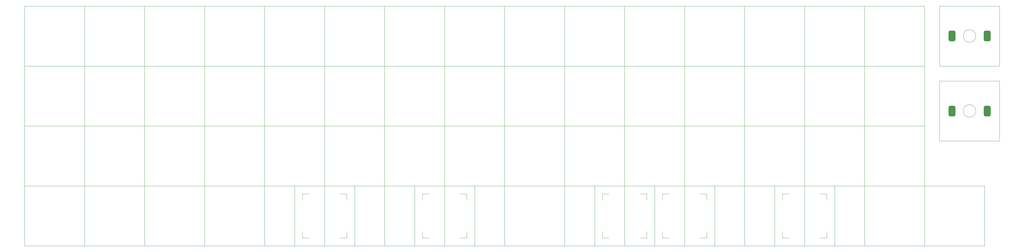
<source format=gbr>
G04 #@! TF.GenerationSoftware,KiCad,Pcbnew,8.0.2-1.fc39*
G04 #@! TF.CreationDate,2024-06-01T14:36:52-04:00*
G04 #@! TF.ProjectId,KeychronQ9OrthoIntegrated,4b657963-6872-46f6-9e51-394f7274686f,rev?*
G04 #@! TF.SameCoordinates,Original*
G04 #@! TF.FileFunction,OtherDrawing,Comment*
%FSLAX46Y46*%
G04 Gerber Fmt 4.6, Leading zero omitted, Abs format (unit mm)*
G04 Created by KiCad (PCBNEW 8.0.2-1.fc39) date 2024-06-01 14:36:52*
%MOMM*%
%LPD*%
G01*
G04 APERTURE LIST*
G04 Aperture macros list*
%AMRoundRect*
0 Rectangle with rounded corners*
0 $1 Rounding radius*
0 $2 $3 $4 $5 $6 $7 $8 $9 X,Y pos of 4 corners*
0 Add a 4 corners polygon primitive as box body*
4,1,4,$2,$3,$4,$5,$6,$7,$8,$9,$2,$3,0*
0 Add four circle primitives for the rounded corners*
1,1,$1+$1,$2,$3*
1,1,$1+$1,$4,$5*
1,1,$1+$1,$6,$7*
1,1,$1+$1,$8,$9*
0 Add four rect primitives between the rounded corners*
20,1,$1+$1,$2,$3,$4,$5,0*
20,1,$1+$1,$4,$5,$6,$7,0*
20,1,$1+$1,$6,$7,$8,$9,0*
20,1,$1+$1,$8,$9,$2,$3,0*%
G04 Aperture macros list end*
%ADD10C,0.120000*%
%ADD11C,0.100000*%
%ADD12RoundRect,0.550000X0.550000X-1.150000X0.550000X1.150000X-0.550000X1.150000X-0.550000X-1.150000X0*%
G04 APERTURE END LIST*
D10*
G04 #@! TO.C,SW2*
X317912500Y-49212500D02*
G75*
G02*
X313912500Y-49212500I-2000000J0D01*
G01*
X313912500Y-49212500D02*
G75*
G02*
X317912500Y-49212500I2000000J0D01*
G01*
G04 #@! TO.C,S3*
X130175000Y-92075000D02*
X130175000Y-73025000D01*
X142225000Y-75550000D02*
X142225000Y-77550000D01*
X142225000Y-89550000D02*
X142225000Y-87550000D01*
X144225000Y-75550000D02*
X142225000Y-75550000D01*
X144225000Y-89550000D02*
X142225000Y-89550000D01*
X154225000Y-75550000D02*
X156225000Y-75550000D01*
X156225000Y-75550000D02*
X156225000Y-77550000D01*
X156225000Y-87550000D02*
X156225000Y-89550000D01*
X156225000Y-89550000D02*
X154225000Y-89550000D01*
X168275000Y-73025000D02*
X130175000Y-73025000D01*
X168275000Y-92075000D02*
X130175000Y-92075000D01*
X168275000Y-92075000D02*
X168275000Y-73025000D01*
G04 #@! TO.C,S4*
X244474792Y-92075000D02*
X244474792Y-73025000D01*
X256524792Y-75550000D02*
X256524792Y-77550000D01*
X256524792Y-89550000D02*
X256524792Y-87550000D01*
X258524792Y-75550000D02*
X256524792Y-75550000D01*
X258524792Y-89550000D02*
X256524792Y-89550000D01*
X268524792Y-75550000D02*
X270524792Y-75550000D01*
X270524792Y-75550000D02*
X270524792Y-77550000D01*
X270524792Y-87550000D02*
X270524792Y-89550000D01*
X270524792Y-89550000D02*
X268524792Y-89550000D01*
X282574792Y-73025000D02*
X244474792Y-73025000D01*
X282574792Y-92075000D02*
X244474792Y-92075000D01*
X282574792Y-92075000D02*
X282574792Y-73025000D01*
G04 #@! TO.C,SW1*
X317912500Y-25400000D02*
G75*
G02*
X313912500Y-25400000I-2000000J0D01*
G01*
X313912500Y-25400000D02*
G75*
G02*
X317912500Y-25400000I2000000J0D01*
G01*
G04 #@! TO.C,MX54*
D11*
X111125000Y-92075000D02*
X130175000Y-92075000D01*
X130175000Y-73025000D01*
X111125000Y-73025000D01*
X111125000Y-92075000D01*
G04 #@! TO.C,MX9*
X168275000Y-34925000D02*
X187325000Y-34925000D01*
X187325000Y-15875000D01*
X168275000Y-15875000D01*
X168275000Y-34925000D01*
G04 #@! TO.C,MX37*
X92075000Y-73025000D02*
X111125000Y-73025000D01*
X111125000Y-53975000D01*
X92075000Y-53975000D01*
X92075000Y-73025000D01*
G04 #@! TO.C,MX20*
X73025000Y-53975000D02*
X92075000Y-53975000D01*
X92075000Y-34925000D01*
X73025000Y-34925000D01*
X73025000Y-53975000D01*
G04 #@! TO.C,MX49*
X34925000Y-92075000D02*
X53975000Y-92075000D01*
X53975000Y-73025000D01*
X34925000Y-73025000D01*
X34925000Y-92075000D01*
G04 #@! TO.C,MX36*
X73025000Y-73025000D02*
X92075000Y-73025000D01*
X92075000Y-53975000D01*
X73025000Y-53975000D01*
X73025000Y-73025000D01*
G04 #@! TO.C,MX16*
X306387500Y-34925000D02*
X325437500Y-34925000D01*
X325437500Y-15875000D01*
X306387500Y-15875000D01*
X306387500Y-34925000D01*
G04 #@! TO.C,MX5*
X92075000Y-34925000D02*
X111125000Y-34925000D01*
X111125000Y-15875000D01*
X92075000Y-15875000D01*
X92075000Y-34925000D01*
G04 #@! TO.C,MX35*
X53975000Y-73025000D02*
X73025000Y-73025000D01*
X73025000Y-53975000D01*
X53975000Y-53975000D01*
X53975000Y-73025000D01*
G04 #@! TO.C,MX59*
X206375000Y-92075000D02*
X225425000Y-92075000D01*
X225425000Y-73025000D01*
X206375000Y-73025000D01*
X206375000Y-92075000D01*
G04 #@! TO.C,MX30*
X263525000Y-53975000D02*
X282575000Y-53975000D01*
X282575000Y-34925000D01*
X263525000Y-34925000D01*
X263525000Y-53975000D01*
G04 #@! TO.C,MX44*
X225425000Y-73025000D02*
X244475000Y-73025000D01*
X244475000Y-53975000D01*
X225425000Y-53975000D01*
X225425000Y-73025000D01*
G04 #@! TO.C,MX50*
X53975000Y-92075000D02*
X73025000Y-92075000D01*
X73025000Y-73025000D01*
X53975000Y-73025000D01*
X53975000Y-92075000D01*
G04 #@! TO.C,MX56*
X149225000Y-92075000D02*
X168275000Y-92075000D01*
X168275000Y-73025000D01*
X149225000Y-73025000D01*
X149225000Y-92075000D01*
G04 #@! TO.C,MX47*
X282575000Y-73025000D02*
X301625000Y-73025000D01*
X301625000Y-53975000D01*
X282575000Y-53975000D01*
X282575000Y-73025000D01*
G04 #@! TO.C,MX42*
X187325000Y-73025000D02*
X206375000Y-73025000D01*
X206375000Y-53975000D01*
X187325000Y-53975000D01*
X187325000Y-73025000D01*
G04 #@! TO.C,MX1*
X15875000Y-34925000D02*
X34925000Y-34925000D01*
X34925000Y-15875000D01*
X15875000Y-15875000D01*
X15875000Y-34925000D01*
G04 #@! TO.C,MX65*
X301625000Y-92075000D02*
X320675000Y-92075000D01*
X320675000Y-73025000D01*
X301625000Y-73025000D01*
X301625000Y-92075000D01*
G04 #@! TO.C,MX40*
X149225000Y-73025000D02*
X168275000Y-73025000D01*
X168275000Y-53975000D01*
X149225000Y-53975000D01*
X149225000Y-73025000D01*
G04 #@! TO.C,MX28*
X225425000Y-53975000D02*
X244475000Y-53975000D01*
X244475000Y-34925000D01*
X225425000Y-34925000D01*
X225425000Y-53975000D01*
G04 #@! TO.C,MX67*
X273049792Y-92075000D02*
X253999792Y-92075000D01*
X253999792Y-73025000D01*
X273049792Y-73025000D01*
X273049792Y-92075000D01*
G04 #@! TO.C,MX63*
X263525000Y-92075000D02*
X282575000Y-92075000D01*
X282575000Y-73025000D01*
X263525000Y-73025000D01*
X263525000Y-92075000D01*
G04 #@! TO.C,MX19*
X53975000Y-53975000D02*
X73025000Y-53975000D01*
X73025000Y-34925000D01*
X53975000Y-34925000D01*
X53975000Y-53975000D01*
D10*
G04 #@! TO.C,S5*
X187325000Y-73025000D02*
X187325000Y-92075000D01*
X199375000Y-75550000D02*
X201375001Y-75550000D01*
X199375000Y-77550001D02*
X199375000Y-75550000D01*
X199375000Y-89550000D02*
X199375000Y-87549999D01*
X201375001Y-89550000D02*
X199375000Y-89550000D01*
X213375000Y-75550000D02*
X211374999Y-75550000D01*
X213375000Y-77550001D02*
X213375000Y-75550000D01*
X213375000Y-87549999D02*
X213375000Y-89550000D01*
X213375000Y-89550000D02*
X211374999Y-89550000D01*
X225425000Y-73025000D02*
X187325000Y-73025000D01*
X225425000Y-73025000D02*
X225425000Y-92075000D01*
X225425000Y-92075000D02*
X187325000Y-92075000D01*
G04 #@! TO.C,MX51*
D11*
X73025000Y-92075000D02*
X92075000Y-92075000D01*
X92075000Y-73025000D01*
X73025000Y-73025000D01*
X73025000Y-92075000D01*
D10*
G04 #@! TO.C,S2*
X206375000Y-73025000D02*
X206375000Y-92075000D01*
X218425000Y-75550000D02*
X220425000Y-75550000D01*
X218425000Y-77550000D02*
X218425000Y-75550000D01*
X218425000Y-89550000D02*
X218425000Y-87550000D01*
X220425000Y-89550000D02*
X218425000Y-89550000D01*
X232425000Y-75550000D02*
X230425000Y-75550000D01*
X232425000Y-77550000D02*
X232425000Y-75550000D01*
X232425000Y-87550000D02*
X232425000Y-89550000D01*
X232425000Y-89550000D02*
X230425000Y-89550000D01*
X244475000Y-73025000D02*
X206375000Y-73025000D01*
X244475000Y-73025000D02*
X244475000Y-92075000D01*
X244475000Y-92075000D02*
X206375000Y-92075000D01*
G04 #@! TO.C,MX31*
D11*
X282575000Y-53975000D02*
X301625000Y-53975000D01*
X301625000Y-34925000D01*
X282575000Y-34925000D01*
X282575000Y-53975000D01*
G04 #@! TO.C,MX10*
X187325000Y-34925000D02*
X206375000Y-34925000D01*
X206375000Y-15875000D01*
X187325000Y-15875000D01*
X187325000Y-34925000D01*
G04 #@! TO.C,MX12*
X225425000Y-34925000D02*
X244475000Y-34925000D01*
X244475000Y-15875000D01*
X225425000Y-15875000D01*
X225425000Y-34925000D01*
G04 #@! TO.C,MX23*
X130175000Y-53975000D02*
X149225000Y-53975000D01*
X149225000Y-34925000D01*
X130175000Y-34925000D01*
X130175000Y-53975000D01*
G04 #@! TO.C,MX17*
X15875000Y-53975000D02*
X34925000Y-53975000D01*
X34925000Y-34925000D01*
X15875000Y-34925000D01*
X15875000Y-53975000D01*
G04 #@! TO.C,MX24*
X149225000Y-53975000D02*
X168275000Y-53975000D01*
X168275000Y-34925000D01*
X149225000Y-34925000D01*
X149225000Y-53975000D01*
G04 #@! TO.C,MX27*
X206375000Y-53975000D02*
X225425000Y-53975000D01*
X225425000Y-34925000D01*
X206375000Y-34925000D01*
X206375000Y-53975000D01*
G04 #@! TO.C,MX26*
X187325000Y-53975000D02*
X206375000Y-53975000D01*
X206375000Y-34925000D01*
X187325000Y-34925000D01*
X187325000Y-53975000D01*
G04 #@! TO.C,MX13*
X244475000Y-34925000D02*
X263525000Y-34925000D01*
X263525000Y-15875000D01*
X244475000Y-15875000D01*
X244475000Y-34925000D01*
G04 #@! TO.C,MX53*
X120650000Y-73025000D02*
X101600000Y-73025000D01*
X101600000Y-92075000D01*
X120650000Y-92075000D01*
X120650000Y-73025000D01*
G04 #@! TO.C,MX62*
X244475000Y-92075000D02*
X263525000Y-92075000D01*
X263525000Y-73025000D01*
X244475000Y-73025000D01*
X244475000Y-92075000D01*
G04 #@! TO.C,MX4*
X73025000Y-34925000D02*
X92075000Y-34925000D01*
X92075000Y-15875000D01*
X73025000Y-15875000D01*
X73025000Y-34925000D01*
G04 #@! TO.C,MX43*
X206375000Y-73025000D02*
X225425000Y-73025000D01*
X225425000Y-53975000D01*
X206375000Y-53975000D01*
X206375000Y-73025000D01*
G04 #@! TO.C,MX52*
X92075000Y-92075000D02*
X111125000Y-92075000D01*
X111125000Y-73025000D01*
X92075000Y-73025000D01*
X92075000Y-92075000D01*
G04 #@! TO.C,MX41*
X168275000Y-73025000D02*
X187325000Y-73025000D01*
X187325000Y-53975000D01*
X168275000Y-53975000D01*
X168275000Y-73025000D01*
G04 #@! TO.C,MX15*
X282575000Y-34925000D02*
X301625000Y-34925000D01*
X301625000Y-15875000D01*
X282575000Y-15875000D01*
X282575000Y-34925000D01*
G04 #@! TO.C,MX57*
X168275000Y-92075000D02*
X187325000Y-92075000D01*
X187325000Y-73025000D01*
X168275000Y-73025000D01*
X168275000Y-92075000D01*
G04 #@! TO.C,MX38*
X111125000Y-73025000D02*
X130175000Y-73025000D01*
X130175000Y-53975000D01*
X111125000Y-53975000D01*
X111125000Y-73025000D01*
G04 #@! TO.C,MX66*
X158750000Y-92075000D02*
X139700000Y-92075000D01*
X139700000Y-73025000D01*
X158750000Y-73025000D01*
X158750000Y-92075000D01*
G04 #@! TO.C,MX14*
X263525000Y-34925000D02*
X282575000Y-34925000D01*
X282575000Y-15875000D01*
X263525000Y-15875000D01*
X263525000Y-34925000D01*
G04 #@! TO.C,MX11*
X206375000Y-34925000D02*
X225425000Y-34925000D01*
X225425000Y-15875000D01*
X206375000Y-15875000D01*
X206375000Y-34925000D01*
G04 #@! TO.C,MX48*
X15875000Y-92075000D02*
X34925000Y-92075000D01*
X34925000Y-73025000D01*
X15875000Y-73025000D01*
X15875000Y-92075000D01*
G04 #@! TO.C,MX21*
X92075000Y-53975000D02*
X111125000Y-53975000D01*
X111125000Y-34925000D01*
X92075000Y-34925000D01*
X92075000Y-53975000D01*
G04 #@! TO.C,MX25*
X168275000Y-53975000D02*
X187325000Y-53975000D01*
X187325000Y-34925000D01*
X168275000Y-34925000D01*
X168275000Y-53975000D01*
G04 #@! TO.C,MX32*
X306387500Y-58737500D02*
X325437500Y-58737500D01*
X325437500Y-39687500D01*
X306387500Y-39687500D01*
X306387500Y-58737500D01*
G04 #@! TO.C,MX22*
X111125000Y-53975000D02*
X130175000Y-53975000D01*
X130175000Y-34925000D01*
X111125000Y-34925000D01*
X111125000Y-53975000D01*
G04 #@! TO.C,MX46*
X263525000Y-73025000D02*
X282575000Y-73025000D01*
X282575000Y-53975000D01*
X263525000Y-53975000D01*
X263525000Y-73025000D01*
G04 #@! TO.C,MX39*
X130175000Y-73025000D02*
X149225000Y-73025000D01*
X149225000Y-53975000D01*
X130175000Y-53975000D01*
X130175000Y-73025000D01*
G04 #@! TO.C,MX29*
X244475000Y-53975000D02*
X263525000Y-53975000D01*
X263525000Y-34925000D01*
X244475000Y-34925000D01*
X244475000Y-53975000D01*
G04 #@! TO.C,MX61*
X225425000Y-92075000D02*
X244475000Y-92075000D01*
X244475000Y-73025000D01*
X225425000Y-73025000D01*
X225425000Y-92075000D01*
G04 #@! TO.C,MX33*
X15875000Y-73025000D02*
X34925000Y-73025000D01*
X34925000Y-53975000D01*
X15875000Y-53975000D01*
X15875000Y-73025000D01*
G04 #@! TO.C,MX34*
X34925000Y-73025000D02*
X53975000Y-73025000D01*
X53975000Y-53975000D01*
X34925000Y-53975000D01*
X34925000Y-73025000D01*
D10*
G04 #@! TO.C,S1*
X92075000Y-73025000D02*
X92075000Y-92075000D01*
X104125000Y-75550000D02*
X106125000Y-75550000D01*
X104125000Y-77550000D02*
X104125000Y-75550000D01*
X104125000Y-89550000D02*
X104125000Y-87550000D01*
X106125000Y-89550000D02*
X104125000Y-89550000D01*
X118125000Y-75550000D02*
X116125000Y-75550000D01*
X118125000Y-77550000D02*
X118125000Y-75550000D01*
X118125000Y-87550000D02*
X118125000Y-89550000D01*
X118125000Y-89550000D02*
X116125000Y-89550000D01*
X130175000Y-73025000D02*
X92075000Y-73025000D01*
X130175000Y-73025000D02*
X130175000Y-92075000D01*
X130175000Y-92075000D02*
X92075000Y-92075000D01*
G04 #@! TO.C,MX45*
D11*
X244475000Y-73025000D02*
X263525000Y-73025000D01*
X263525000Y-53975000D01*
X244475000Y-53975000D01*
X244475000Y-73025000D01*
G04 #@! TO.C,MX68*
X215900000Y-92075000D02*
X196850000Y-92075000D01*
X196850000Y-73025000D01*
X215900000Y-73025000D01*
X215900000Y-92075000D01*
G04 #@! TO.C,MX64*
X282575000Y-92075000D02*
X301625000Y-92075000D01*
X301625000Y-73025000D01*
X282575000Y-73025000D01*
X282575000Y-92075000D01*
G04 #@! TO.C,MX18*
X34925000Y-53975000D02*
X53975000Y-53975000D01*
X53975000Y-34925000D01*
X34925000Y-34925000D01*
X34925000Y-53975000D01*
G04 #@! TO.C,MX55*
X130175000Y-92075000D02*
X149225000Y-92075000D01*
X149225000Y-73025000D01*
X130175000Y-73025000D01*
X130175000Y-92075000D01*
G04 #@! TO.C,MX60*
X234950000Y-73025000D02*
X215900000Y-73025000D01*
X215900000Y-92075000D01*
X234950000Y-92075000D01*
X234950000Y-73025000D01*
G04 #@! TO.C,MX2*
X34925000Y-34925000D02*
X53975000Y-34925000D01*
X53975000Y-15875000D01*
X34925000Y-15875000D01*
X34925000Y-34925000D01*
G04 #@! TO.C,MX58*
X187325000Y-92075000D02*
X206375000Y-92075000D01*
X206375000Y-73025000D01*
X187325000Y-73025000D01*
X187325000Y-92075000D01*
G04 #@! TO.C,MX6*
X111125000Y-34925000D02*
X130175000Y-34925000D01*
X130175000Y-15875000D01*
X111125000Y-15875000D01*
X111125000Y-34925000D01*
G04 #@! TO.C,MX8*
X149225000Y-34925000D02*
X168275000Y-34925000D01*
X168275000Y-15875000D01*
X149225000Y-15875000D01*
X149225000Y-34925000D01*
G04 #@! TO.C,MX7*
X130175000Y-34925000D02*
X149225000Y-34925000D01*
X149225000Y-15875000D01*
X130175000Y-15875000D01*
X130175000Y-34925000D01*
G04 #@! TO.C,MX3*
X53975000Y-34925000D02*
X73025000Y-34925000D01*
X73025000Y-15875000D01*
X53975000Y-15875000D01*
X53975000Y-34925000D01*
G04 #@! TD*
D12*
G04 #@! TO.C,SW2*
X310312500Y-49212500D03*
X321512500Y-49212500D03*
G04 #@! TD*
G04 #@! TO.C,SW1*
X310312500Y-25400000D03*
X321512500Y-25400000D03*
G04 #@! TD*
M02*

</source>
